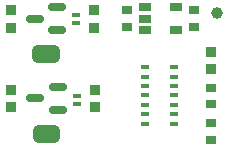
<source format=gts>
%TF.GenerationSoftware,KiCad,Pcbnew,9.0.6-9.0.6~ubuntu22.04.1*%
%TF.CreationDate,2026-01-23T17:02:29+00:00*%
%TF.ProjectId,vm_i2c_pulse_oximeter,766d5f69-3263-45f7-9075-6c73655f6f78,0.1*%
%TF.SameCoordinates,PX577fe70PY4b1a130*%
%TF.FileFunction,Soldermask,Top*%
%TF.FilePolarity,Negative*%
%FSLAX45Y45*%
G04 Gerber Fmt 4.5, Leading zero omitted, Abs format (unit mm)*
G04 Created by KiCad (PCBNEW 9.0.6-9.0.6~ubuntu22.04.1) date 2026-01-23 17:02:29*
%MOMM*%
%LPD*%
G01*
G04 APERTURE LIST*
G04 Aperture macros list*
%AMRoundRect*
0 Rectangle with rounded corners*
0 $1 Rounding radius*
0 $2 $3 $4 $5 $6 $7 $8 $9 X,Y pos of 4 corners*
0 Add a 4 corners polygon primitive as box body*
4,1,4,$2,$3,$4,$5,$6,$7,$8,$9,$2,$3,0*
0 Add four circle primitives for the rounded corners*
1,1,$1+$1,$2,$3*
1,1,$1+$1,$4,$5*
1,1,$1+$1,$6,$7*
1,1,$1+$1,$8,$9*
0 Add four rect primitives between the rounded corners*
20,1,$1+$1,$2,$3,$4,$5,0*
20,1,$1+$1,$4,$5,$6,$7,0*
20,1,$1+$1,$6,$7,$8,$9,0*
20,1,$1+$1,$8,$9,$2,$3,0*%
%AMFreePoly0*
4,1,23,0.500000,-0.750000,0.000000,-0.750000,0.000000,-0.745722,-0.065263,-0.745722,-0.191342,-0.711940,-0.304381,-0.646677,-0.396677,-0.554381,-0.461940,-0.441342,-0.495722,-0.315263,-0.495722,-0.250000,-0.500000,-0.250000,-0.500000,0.250000,-0.495722,0.250000,-0.495722,0.315263,-0.461940,0.441342,-0.396677,0.554381,-0.304381,0.646677,-0.191342,0.711940,-0.065263,0.745722,0.000000,0.745722,
0.000000,0.750000,0.500000,0.750000,0.500000,-0.750000,0.500000,-0.750000,$1*%
%AMFreePoly1*
4,1,23,0.000000,0.745722,0.065263,0.745722,0.191342,0.711940,0.304381,0.646677,0.396677,0.554381,0.461940,0.441342,0.495722,0.315263,0.495722,0.250000,0.500000,0.250000,0.500000,-0.250000,0.495722,-0.250000,0.495722,-0.315263,0.461940,-0.441342,0.396677,-0.554381,0.304381,-0.646677,0.191342,-0.711940,0.065263,-0.745722,0.000000,-0.745722,0.000000,-0.750000,-0.500000,-0.750000,
-0.500000,0.750000,0.000000,0.750000,0.000000,0.745722,0.000000,0.745722,$1*%
G04 Aperture macros list end*
%ADD10FreePoly0,0.000000*%
%ADD11FreePoly1,0.000000*%
%ADD12R,0.860000X0.810000*%
%ADD13R,0.900000X0.800000*%
%ADD14C,1.000000*%
%ADD15R,1.100000X0.700000*%
%ADD16RoundRect,0.150000X0.587500X0.150000X-0.587500X0.150000X-0.587500X-0.150000X0.587500X-0.150000X0*%
%ADD17RoundRect,0.087500X-0.287500X-0.087500X0.287500X-0.087500X0.287500X0.087500X-0.287500X0.087500X0*%
%ADD18RoundRect,0.050000X-0.300000X0.150000X-0.300000X-0.150000X0.300000X-0.150000X0.300000X0.150000X0*%
G04 APERTURE END LIST*
%TO.C,JP1*%
G36*
X-590000Y250000D02*
G01*
X-560000Y250000D01*
X-560000Y100000D01*
X-590000Y100000D01*
X-590000Y250000D01*
G37*
%TO.C,JP2*%
G36*
X-585000Y-425000D02*
G01*
X-555000Y-425000D01*
X-555000Y-575000D01*
X-585000Y-575000D01*
X-585000Y-425000D01*
G37*
%TD*%
D10*
%TO.C,JP1*%
X-640000Y175000D03*
D11*
X-510000Y175000D03*
%TD*%
D12*
%TO.C,R5*%
X-163750Y-125000D03*
X-163750Y-275000D03*
%TD*%
D13*
%TO.C,C2*%
X825000Y-550000D03*
X825000Y-410000D03*
%TD*%
D14*
%TO.C,TP1*%
X875000Y525000D03*
%TD*%
D15*
%TO.C,U2*%
X267250Y570000D03*
X267250Y475000D03*
X267250Y380000D03*
X525250Y380000D03*
X525250Y570000D03*
%TD*%
D12*
%TO.C,R4*%
X-168750Y550000D03*
X-168750Y400000D03*
%TD*%
D13*
%TO.C,C4*%
X675250Y545000D03*
X675250Y405000D03*
%TD*%
D16*
%TO.C,Q2*%
X-476250Y-295000D03*
X-476250Y-105000D03*
X-663750Y-200000D03*
%TD*%
D12*
%TO.C,R1*%
X825000Y45000D03*
X825000Y195000D03*
%TD*%
D16*
%TO.C,Q1*%
X-481250Y380000D03*
X-481250Y570000D03*
X-668750Y475000D03*
%TD*%
D17*
%TO.C,U1*%
X267500Y65000D03*
X267500Y-15000D03*
X267500Y-95000D03*
X267500Y-175000D03*
X267500Y-255000D03*
X267500Y-335000D03*
X267500Y-415000D03*
X507500Y-415000D03*
X507500Y-335000D03*
X507500Y-255000D03*
X507500Y-175000D03*
X507500Y-95000D03*
X507500Y-15000D03*
X507500Y65000D03*
%TD*%
D13*
%TO.C,C1*%
X825000Y-250000D03*
X825000Y-110000D03*
%TD*%
D18*
%TO.C,D2*%
X-313750Y-180000D03*
X-313750Y-250000D03*
%TD*%
D12*
%TO.C,R3*%
X-875000Y-125000D03*
X-875000Y-275000D03*
%TD*%
D18*
%TO.C,D1*%
X-318750Y510000D03*
X-318750Y440000D03*
%TD*%
D10*
%TO.C,JP2*%
X-635000Y-500000D03*
D11*
X-505000Y-500000D03*
%TD*%
D12*
%TO.C,R2*%
X-875000Y550000D03*
X-875000Y400000D03*
%TD*%
D13*
%TO.C,C3*%
X112750Y545000D03*
X112750Y405000D03*
%TD*%
M02*

</source>
